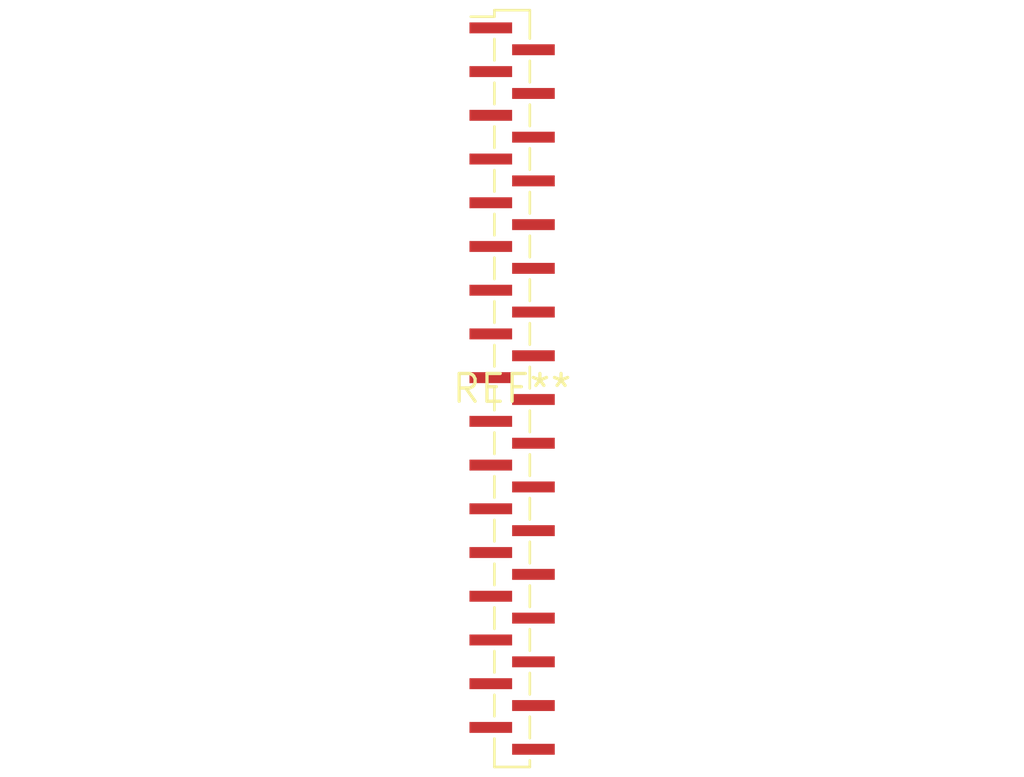
<source format=kicad_pcb>
(kicad_pcb (version 20240108) (generator pcbnew)
  (layers (0 "F.Cu" signal) (31 "B.Cu" signal) (34 "B.Paste" user) (35 "F.Paste" user) (36 "B.SilkS" user "B.Silkscreen") (37 "F.SilkS" user "F.Silkscreen") (38 "B.Mask" user) (39 "F.Mask" user) (44 "Edge.Cuts" user))
  (net 0 "")
  (footprint "PinSocket_1x34_P1.00mm_Vertical_SMD_Pin1Left" (layer "F.Cu") (at 0 0)
    (property "Reference" "REF**")
    (property "Value" "PinSocket_1x34_P1.00mm_Vertical_SMD_Pin1Left")
    (fp_line (start -1.89 -17.01) (end -0.81 -17.01) (layer "F.SilkS") (stroke (width 0.12)))
    (fp_line (start -0.81 -17.31) (end -0.81 -17.01) (layer "F.SilkS") (stroke (width 0.12)))
    (fp_line (start -0.81 -17.31) (end 0.81 -17.31) (layer "F.SilkS") (stroke (width 0.12)))
    (fp_line (start -0.81 -15.99) (end -0.81 -15.01) (layer "F.SilkS") (stroke (width 0.12)))
    (fp_line (start -0.81 -13.99) (end -0.81 -13.01) (layer "F.SilkS") (stroke (width 0.12)))
    (fp_line (start -0.81 -11.99) (end -0.81 -11.01) (layer "F.SilkS") (stroke (width 0.12)))
    (fp_line (start -0.81 -9.99) (end -0.81 -9.01) (layer "F.SilkS") (stroke (width 0.12)))
    (fp_line (start -0.81 -7.99) (end -0.81 -7.01) (layer "F.SilkS") (stroke (width 0.12)))
    (fp_line (start -0.81 -5.99) (end -0.81 -5.01) (layer "F.SilkS") (stroke (width 0.12)))
    (fp_line (start -0.81 -3.99) (end -0.81 -3.01) (layer "F.SilkS") (stroke (width 0.12)))
    (fp_line (start -0.81 -1.99) (end -0.81 -1.01) (layer "F.SilkS") (stroke (width 0.12)))
    (fp_line (start -0.81 0.01) (end -0.81 0.99) (layer "F.SilkS") (stroke (width 0.12)))
    (fp_line (start -0.81 2.01) (end -0.81 2.99) (layer "F.SilkS") (stroke (width 0.12)))
    (fp_line (start -0.81 4.01) (end -0.81 4.99) (layer "F.SilkS") (stroke (width 0.12)))
    (fp_line (start -0.81 6.01) (end -0.81 6.99) (layer "F.SilkS") (stroke (width 0.12)))
    (fp_line (start -0.81 8.01) (end -0.81 8.99) (layer "F.SilkS") (stroke (width 0.12)))
    (fp_line (start -0.81 10.01) (end -0.81 10.99) (layer "F.SilkS") (stroke (width 0.12)))
    (fp_line (start -0.81 12.01) (end -0.81 12.99) (layer "F.SilkS") (stroke (width 0.12)))
    (fp_line (start -0.81 14.01) (end -0.81 14.99) (layer "F.SilkS") (stroke (width 0.12)))
    (fp_line (start -0.81 16.01) (end -0.81 17.31) (layer "F.SilkS") (stroke (width 0.12)))
    (fp_line (start -0.81 17.31) (end 0.81 17.31) (layer "F.SilkS") (stroke (width 0.12)))
    (fp_line (start 0.81 -17.31) (end 0.81 -16.01) (layer "F.SilkS") (stroke (width 0.12)))
    (fp_line (start 0.81 -14.99) (end 0.81 -14.01) (layer "F.SilkS") (stroke (width 0.12)))
    (fp_line (start 0.81 -12.99) (end 0.81 -12.01) (layer "F.SilkS") (stroke (width 0.12)))
    (fp_line (start 0.81 -10.99) (end 0.81 -10.01) (layer "F.SilkS") (stroke (width 0.12)))
    (fp_line (start 0.81 -8.99) (end 0.81 -8.01) (layer "F.SilkS") (stroke (width 0.12)))
    (fp_line (start 0.81 -6.99) (end 0.81 -6.01) (layer "F.SilkS") (stroke (width 0.12)))
    (fp_line (start 0.81 -4.99) (end 0.81 -4.01) (layer "F.SilkS") (stroke (width 0.12)))
    (fp_line (start 0.81 -2.99) (end 0.81 -2.01) (layer "F.SilkS") (stroke (width 0.12)))
    (fp_line (start 0.81 -0.99) (end 0.81 -0.01) (layer "F.SilkS") (stroke (width 0.12)))
    (fp_line (start 0.81 1.01) (end 0.81 1.99) (layer "F.SilkS") (stroke (width 0.12)))
    (fp_line (start 0.81 3.01) (end 0.81 3.99) (layer "F.SilkS") (stroke (width 0.12)))
    (fp_line (start 0.81 5.01) (end 0.81 5.99) (layer "F.SilkS") (stroke (width 0.12)))
    (fp_line (start 0.81 7.01) (end 0.81 7.99) (layer "F.SilkS") (stroke (width 0.12)))
    (fp_line (start 0.81 9.01) (end 0.81 9.99) (layer "F.SilkS") (stroke (width 0.12)))
    (fp_line (start 0.81 11.01) (end 0.81 11.99) (layer "F.SilkS") (stroke (width 0.12)))
    (fp_line (start 0.81 13.01) (end 0.81 13.99) (layer "F.SilkS") (stroke (width 0.12)))
    (fp_line (start 0.81 15.01) (end 0.81 15.99) (layer "F.SilkS") (stroke (width 0.12)))
    (fp_line (start 0.81 17.01) (end 0.81 17.31) (layer "F.SilkS") (stroke (width 0.12)))
    (pad "1" smd rect (at -0.975 -16.5) (size 1.95 0.5) (layers "F.Cu" "F.Paste" "F.Mask"))
    (pad "2" smd rect (at 0.975 -15.5) (size 1.95 0.5) (layers "F.Cu" "F.Paste" "F.Mask"))
    (pad "3" smd rect (at -0.975 -14.5) (size 1.95 0.5) (layers "F.Cu" "F.Paste" "F.Mask"))
    (pad "4" smd rect (at 0.975 -13.5) (size 1.95 0.5) (layers "F.Cu" "F.Paste" "F.Mask"))
    (pad "5" smd rect (at -0.975 -12.5) (size 1.95 0.5) (layers "F.Cu" "F.Paste" "F.Mask"))
    (pad "6" smd rect (at 0.975 -11.5) (size 1.95 0.5) (layers "F.Cu" "F.Paste" "F.Mask"))
    (pad "7" smd rect (at -0.975 -10.5) (size 1.95 0.5) (layers "F.Cu" "F.Paste" "F.Mask"))
    (pad "8" smd rect (at 0.975 -9.5) (size 1.95 0.5) (layers "F.Cu" "F.Paste" "F.Mask"))
    (pad "9" smd rect (at -0.975 -8.5) (size 1.95 0.5) (layers "F.Cu" "F.Paste" "F.Mask"))
    (pad "10" smd rect (at 0.975 -7.5) (size 1.95 0.5) (layers "F.Cu" "F.Paste" "F.Mask"))
    (pad "11" smd rect (at -0.975 -6.5) (size 1.95 0.5) (layers "F.Cu" "F.Paste" "F.Mask"))
    (pad "12" smd rect (at 0.975 -5.5) (size 1.95 0.5) (layers "F.Cu" "F.Paste" "F.Mask"))
    (pad "13" smd rect (at -0.975 -4.5) (size 1.95 0.5) (layers "F.Cu" "F.Paste" "F.Mask"))
    (pad "14" smd rect (at 0.975 -3.5) (size 1.95 0.5) (layers "F.Cu" "F.Paste" "F.Mask"))
    (pad "15" smd rect (at -0.975 -2.5) (size 1.95 0.5) (layers "F.Cu" "F.Paste" "F.Mask"))
    (pad "16" smd rect (at 0.975 -1.5) (size 1.95 0.5) (layers "F.Cu" "F.Paste" "F.Mask"))
    (pad "17" smd rect (at -0.975 -0.5) (size 1.95 0.5) (layers "F.Cu" "F.Paste" "F.Mask"))
    (pad "18" smd rect (at 0.975 0.5) (size 1.95 0.5) (layers "F.Cu" "F.Paste" "F.Mask"))
    (pad "19" smd rect (at -0.975 1.5) (size 1.95 0.5) (layers "F.Cu" "F.Paste" "F.Mask"))
    (pad "20" smd rect (at 0.975 2.5) (size 1.95 0.5) (layers "F.Cu" "F.Paste" "F.Mask"))
    (pad "21" smd rect (at -0.975 3.5) (size 1.95 0.5) (layers "F.Cu" "F.Paste" "F.Mask"))
    (pad "22" smd rect (at 0.975 4.5) (size 1.95 0.5) (layers "F.Cu" "F.Paste" "F.Mask"))
    (pad "23" smd rect (at -0.975 5.5) (size 1.95 0.5) (layers "F.Cu" "F.Paste" "F.Mask"))
    (pad "24" smd rect (at 0.975 6.5) (size 1.95 0.5) (layers "F.Cu" "F.Paste" "F.Mask"))
    (pad "25" smd rect (at -0.975 7.5) (size 1.95 0.5) (layers "F.Cu" "F.Paste" "F.Mask"))
    (pad "26" smd rect (at 0.975 8.5) (size 1.95 0.5) (layers "F.Cu" "F.Paste" "F.Mask"))
    (pad "27" smd rect (at -0.975 9.5) (size 1.95 0.5) (layers "F.Cu" "F.Paste" "F.Mask"))
    (pad "28" smd rect (at 0.975 10.5) (size 1.95 0.5) (layers "F.Cu" "F.Paste" "F.Mask"))
    (pad "29" smd rect (at -0.975 11.5) (size 1.95 0.5) (layers "F.Cu" "F.Paste" "F.Mask"))
    (pad "30" smd rect (at 0.975 12.5) (size 1.95 0.5) (layers "F.Cu" "F.Paste" "F.Mask"))
    (pad "31" smd rect (at -0.975 13.5) (size 1.95 0.5) (layers "F.Cu" "F.Paste" "F.Mask"))
    (pad "32" smd rect (at 0.975 14.5) (size 1.95 0.5) (layers "F.Cu" "F.Paste" "F.Mask"))
    (pad "33" smd rect (at -0.975 15.5) (size 1.95 0.5) (layers "F.Cu" "F.Paste" "F.Mask"))
    (pad "34" smd rect (at 0.975 16.5) (size 1.95 0.5) (layers "F.Cu" "F.Paste" "F.Mask"))
  )
)
</source>
